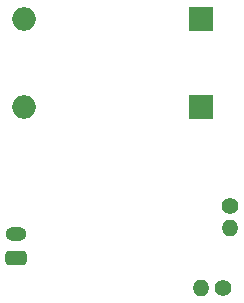
<source format=gbr>
%TF.GenerationSoftware,KiCad,Pcbnew,8.0.7*%
%TF.CreationDate,2024-12-24T07:35:49+05:30*%
%TF.ProjectId,ic555_test,69633535-355f-4746-9573-742e6b696361,rev?*%
%TF.SameCoordinates,Original*%
%TF.FileFunction,Soldermask,Bot*%
%TF.FilePolarity,Negative*%
%FSLAX46Y46*%
G04 Gerber Fmt 4.6, Leading zero omitted, Abs format (unit mm)*
G04 Created by KiCad (PCBNEW 8.0.7) date 2024-12-24 07:35:49*
%MOMM*%
%LPD*%
G01*
G04 APERTURE LIST*
G04 Aperture macros list*
%AMRoundRect*
0 Rectangle with rounded corners*
0 $1 Rounding radius*
0 $2 $3 $4 $5 $6 $7 $8 $9 X,Y pos of 4 corners*
0 Add a 4 corners polygon primitive as box body*
4,1,4,$2,$3,$4,$5,$6,$7,$8,$9,$2,$3,0*
0 Add four circle primitives for the rounded corners*
1,1,$1+$1,$2,$3*
1,1,$1+$1,$4,$5*
1,1,$1+$1,$6,$7*
1,1,$1+$1,$8,$9*
0 Add four rect primitives between the rounded corners*
20,1,$1+$1,$2,$3,$4,$5,0*
20,1,$1+$1,$4,$5,$6,$7,0*
20,1,$1+$1,$6,$7,$8,$9,0*
20,1,$1+$1,$8,$9,$2,$3,0*%
G04 Aperture macros list end*
%ADD10C,1.400000*%
%ADD11O,1.400000X1.400000*%
%ADD12RoundRect,0.300000X0.600000X-0.300000X0.600000X0.300000X-0.600000X0.300000X-0.600000X-0.300000X0*%
%ADD13O,1.800000X1.200000*%
%ADD14O,2.000000X2.000000*%
%ADD15R,2.000000X2.000000*%
G04 APERTURE END LIST*
D10*
%TO.C,R2*%
X147905000Y-93000000D03*
D11*
X146005000Y-93000000D03*
%TD*%
D10*
%TO.C,R1*%
X148500000Y-86095000D03*
D11*
X148500000Y-87995000D03*
%TD*%
D12*
%TO.C,J1*%
X130400000Y-90500000D03*
D13*
X130400000Y-88500000D03*
%TD*%
D14*
%TO.C,C2*%
X131000000Y-70257500D03*
D15*
X146000000Y-70257500D03*
%TD*%
%TO.C,C1*%
X146000000Y-77757500D03*
D14*
X131000000Y-77757500D03*
%TD*%
M02*

</source>
